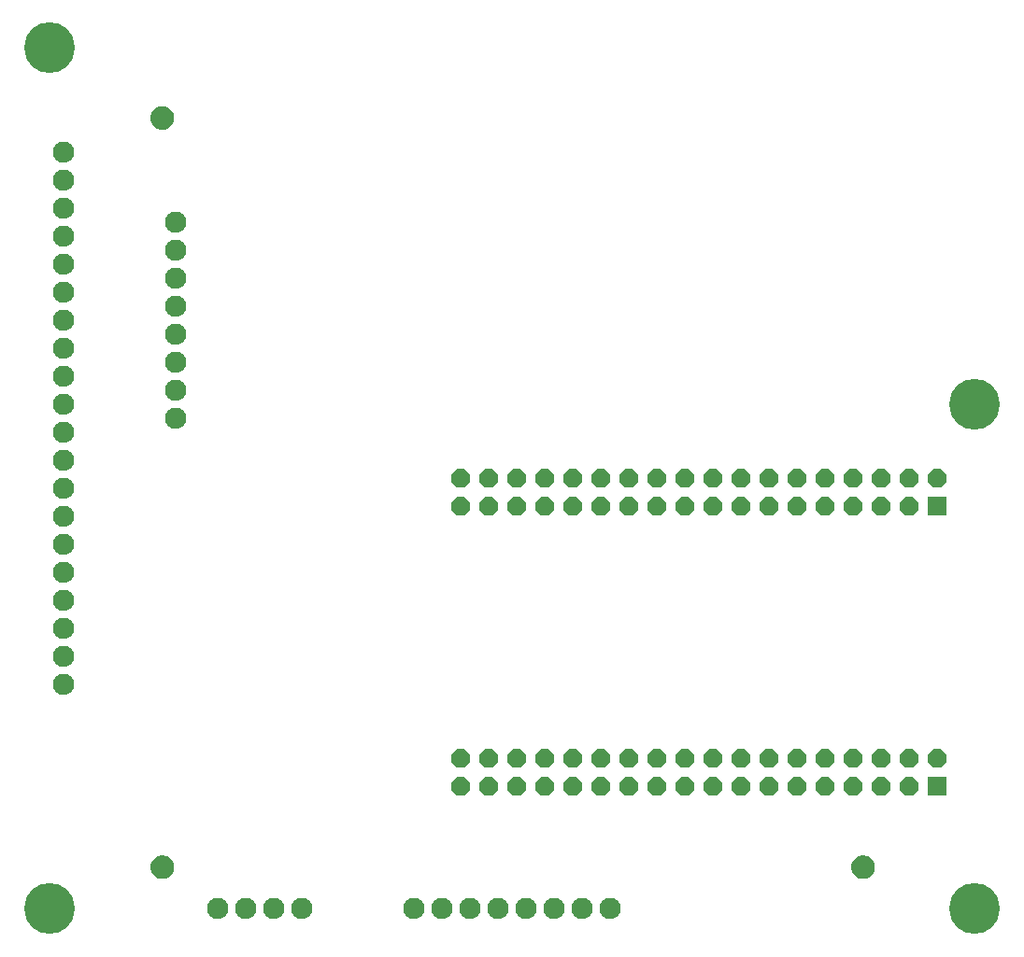
<source format=gbr>
G04 EAGLE Gerber RS-274X export*
G75*
%MOMM*%
%FSLAX34Y34*%
%LPD*%
%INSoldermask Top*%
%IPPOS*%
%AMOC8*
5,1,8,0,0,1.08239X$1,22.5*%
G01*
%ADD10C,1.930400*%
%ADD11R,1.676400X1.676400*%
%ADD12P,1.814519X8X202.500000*%
%ADD13C,0.609600*%
%ADD14C,1.168400*%
%ADD15C,4.597400*%


D10*
X190500Y38100D03*
X215900Y38100D03*
X241300Y38100D03*
X266700Y38100D03*
X368300Y38100D03*
X393700Y38100D03*
X419100Y38100D03*
X444500Y38100D03*
X469900Y38100D03*
X495300Y38100D03*
X520700Y38100D03*
X546100Y38100D03*
X50800Y723900D03*
X50800Y698500D03*
X50800Y673100D03*
X50800Y647700D03*
X50800Y622300D03*
X50800Y596900D03*
X50800Y571500D03*
X50800Y546100D03*
X50800Y520700D03*
X50800Y495300D03*
X50800Y469900D03*
X50800Y444500D03*
X50800Y419100D03*
X50800Y393700D03*
X50800Y368300D03*
X50800Y342900D03*
X50800Y317500D03*
X50800Y292100D03*
X50800Y266700D03*
X50800Y241300D03*
X152400Y482600D03*
X152400Y508000D03*
X152400Y533400D03*
X152400Y558800D03*
X152400Y584200D03*
X152400Y609600D03*
X152400Y635000D03*
X152400Y660400D03*
D11*
X842600Y149600D03*
D12*
X842600Y175000D03*
X817200Y149600D03*
X817200Y175000D03*
X791800Y149600D03*
X791800Y175000D03*
X766400Y149600D03*
X766400Y175000D03*
X741000Y149600D03*
X741000Y175000D03*
X715600Y149600D03*
X715600Y175000D03*
X690200Y149600D03*
X690200Y175000D03*
X664800Y149600D03*
X664800Y175000D03*
X639400Y149600D03*
X639400Y175000D03*
X614000Y149600D03*
X614000Y175000D03*
X588600Y149600D03*
X588600Y175000D03*
X563200Y149600D03*
X563200Y175000D03*
X537800Y149600D03*
X537800Y175000D03*
X512400Y149600D03*
X512400Y175000D03*
X487000Y149600D03*
X487000Y175000D03*
X461600Y149600D03*
X461600Y175000D03*
X436200Y149600D03*
X436200Y175000D03*
X410800Y149600D03*
X410800Y175000D03*
D11*
X842600Y403600D03*
D12*
X842600Y429000D03*
X817200Y403600D03*
X817200Y429000D03*
X791800Y403600D03*
X791800Y429000D03*
X766400Y403600D03*
X766400Y429000D03*
X741000Y403600D03*
X741000Y429000D03*
X715600Y403600D03*
X715600Y429000D03*
X690200Y403600D03*
X690200Y429000D03*
X664800Y403600D03*
X664800Y429000D03*
X639400Y403600D03*
X639400Y429000D03*
X614000Y403600D03*
X614000Y429000D03*
X588600Y403600D03*
X588600Y429000D03*
X563200Y403600D03*
X563200Y429000D03*
X537800Y403600D03*
X537800Y429000D03*
X512400Y403600D03*
X512400Y429000D03*
X487000Y403600D03*
X487000Y429000D03*
X461600Y403600D03*
X461600Y429000D03*
X436200Y403600D03*
X436200Y429000D03*
X410800Y403600D03*
X410800Y429000D03*
D13*
X132080Y76200D02*
X132082Y76387D01*
X132089Y76574D01*
X132101Y76761D01*
X132117Y76947D01*
X132137Y77133D01*
X132162Y77318D01*
X132192Y77503D01*
X132226Y77687D01*
X132265Y77870D01*
X132308Y78052D01*
X132356Y78232D01*
X132408Y78412D01*
X132465Y78590D01*
X132525Y78767D01*
X132591Y78942D01*
X132660Y79116D01*
X132734Y79288D01*
X132812Y79458D01*
X132894Y79626D01*
X132980Y79792D01*
X133070Y79956D01*
X133164Y80117D01*
X133262Y80277D01*
X133364Y80433D01*
X133470Y80588D01*
X133580Y80739D01*
X133693Y80888D01*
X133810Y81034D01*
X133930Y81177D01*
X134054Y81317D01*
X134181Y81454D01*
X134312Y81588D01*
X134446Y81719D01*
X134583Y81846D01*
X134723Y81970D01*
X134866Y82090D01*
X135012Y82207D01*
X135161Y82320D01*
X135312Y82430D01*
X135467Y82536D01*
X135623Y82638D01*
X135783Y82736D01*
X135944Y82830D01*
X136108Y82920D01*
X136274Y83006D01*
X136442Y83088D01*
X136612Y83166D01*
X136784Y83240D01*
X136958Y83309D01*
X137133Y83375D01*
X137310Y83435D01*
X137488Y83492D01*
X137668Y83544D01*
X137848Y83592D01*
X138030Y83635D01*
X138213Y83674D01*
X138397Y83708D01*
X138582Y83738D01*
X138767Y83763D01*
X138953Y83783D01*
X139139Y83799D01*
X139326Y83811D01*
X139513Y83818D01*
X139700Y83820D01*
X139887Y83818D01*
X140074Y83811D01*
X140261Y83799D01*
X140447Y83783D01*
X140633Y83763D01*
X140818Y83738D01*
X141003Y83708D01*
X141187Y83674D01*
X141370Y83635D01*
X141552Y83592D01*
X141732Y83544D01*
X141912Y83492D01*
X142090Y83435D01*
X142267Y83375D01*
X142442Y83309D01*
X142616Y83240D01*
X142788Y83166D01*
X142958Y83088D01*
X143126Y83006D01*
X143292Y82920D01*
X143456Y82830D01*
X143617Y82736D01*
X143777Y82638D01*
X143933Y82536D01*
X144088Y82430D01*
X144239Y82320D01*
X144388Y82207D01*
X144534Y82090D01*
X144677Y81970D01*
X144817Y81846D01*
X144954Y81719D01*
X145088Y81588D01*
X145219Y81454D01*
X145346Y81317D01*
X145470Y81177D01*
X145590Y81034D01*
X145707Y80888D01*
X145820Y80739D01*
X145930Y80588D01*
X146036Y80433D01*
X146138Y80277D01*
X146236Y80117D01*
X146330Y79956D01*
X146420Y79792D01*
X146506Y79626D01*
X146588Y79458D01*
X146666Y79288D01*
X146740Y79116D01*
X146809Y78942D01*
X146875Y78767D01*
X146935Y78590D01*
X146992Y78412D01*
X147044Y78232D01*
X147092Y78052D01*
X147135Y77870D01*
X147174Y77687D01*
X147208Y77503D01*
X147238Y77318D01*
X147263Y77133D01*
X147283Y76947D01*
X147299Y76761D01*
X147311Y76574D01*
X147318Y76387D01*
X147320Y76200D01*
X147318Y76013D01*
X147311Y75826D01*
X147299Y75639D01*
X147283Y75453D01*
X147263Y75267D01*
X147238Y75082D01*
X147208Y74897D01*
X147174Y74713D01*
X147135Y74530D01*
X147092Y74348D01*
X147044Y74168D01*
X146992Y73988D01*
X146935Y73810D01*
X146875Y73633D01*
X146809Y73458D01*
X146740Y73284D01*
X146666Y73112D01*
X146588Y72942D01*
X146506Y72774D01*
X146420Y72608D01*
X146330Y72444D01*
X146236Y72283D01*
X146138Y72123D01*
X146036Y71967D01*
X145930Y71812D01*
X145820Y71661D01*
X145707Y71512D01*
X145590Y71366D01*
X145470Y71223D01*
X145346Y71083D01*
X145219Y70946D01*
X145088Y70812D01*
X144954Y70681D01*
X144817Y70554D01*
X144677Y70430D01*
X144534Y70310D01*
X144388Y70193D01*
X144239Y70080D01*
X144088Y69970D01*
X143933Y69864D01*
X143777Y69762D01*
X143617Y69664D01*
X143456Y69570D01*
X143292Y69480D01*
X143126Y69394D01*
X142958Y69312D01*
X142788Y69234D01*
X142616Y69160D01*
X142442Y69091D01*
X142267Y69025D01*
X142090Y68965D01*
X141912Y68908D01*
X141732Y68856D01*
X141552Y68808D01*
X141370Y68765D01*
X141187Y68726D01*
X141003Y68692D01*
X140818Y68662D01*
X140633Y68637D01*
X140447Y68617D01*
X140261Y68601D01*
X140074Y68589D01*
X139887Y68582D01*
X139700Y68580D01*
X139513Y68582D01*
X139326Y68589D01*
X139139Y68601D01*
X138953Y68617D01*
X138767Y68637D01*
X138582Y68662D01*
X138397Y68692D01*
X138213Y68726D01*
X138030Y68765D01*
X137848Y68808D01*
X137668Y68856D01*
X137488Y68908D01*
X137310Y68965D01*
X137133Y69025D01*
X136958Y69091D01*
X136784Y69160D01*
X136612Y69234D01*
X136442Y69312D01*
X136274Y69394D01*
X136108Y69480D01*
X135944Y69570D01*
X135783Y69664D01*
X135623Y69762D01*
X135467Y69864D01*
X135312Y69970D01*
X135161Y70080D01*
X135012Y70193D01*
X134866Y70310D01*
X134723Y70430D01*
X134583Y70554D01*
X134446Y70681D01*
X134312Y70812D01*
X134181Y70946D01*
X134054Y71083D01*
X133930Y71223D01*
X133810Y71366D01*
X133693Y71512D01*
X133580Y71661D01*
X133470Y71812D01*
X133364Y71967D01*
X133262Y72123D01*
X133164Y72283D01*
X133070Y72444D01*
X132980Y72608D01*
X132894Y72774D01*
X132812Y72942D01*
X132734Y73112D01*
X132660Y73284D01*
X132591Y73458D01*
X132525Y73633D01*
X132465Y73810D01*
X132408Y73988D01*
X132356Y74168D01*
X132308Y74348D01*
X132265Y74530D01*
X132226Y74713D01*
X132192Y74897D01*
X132162Y75082D01*
X132137Y75267D01*
X132117Y75453D01*
X132101Y75639D01*
X132089Y75826D01*
X132082Y76013D01*
X132080Y76200D01*
D14*
X139700Y76200D03*
D13*
X767080Y76200D02*
X767082Y76387D01*
X767089Y76574D01*
X767101Y76761D01*
X767117Y76947D01*
X767137Y77133D01*
X767162Y77318D01*
X767192Y77503D01*
X767226Y77687D01*
X767265Y77870D01*
X767308Y78052D01*
X767356Y78232D01*
X767408Y78412D01*
X767465Y78590D01*
X767525Y78767D01*
X767591Y78942D01*
X767660Y79116D01*
X767734Y79288D01*
X767812Y79458D01*
X767894Y79626D01*
X767980Y79792D01*
X768070Y79956D01*
X768164Y80117D01*
X768262Y80277D01*
X768364Y80433D01*
X768470Y80588D01*
X768580Y80739D01*
X768693Y80888D01*
X768810Y81034D01*
X768930Y81177D01*
X769054Y81317D01*
X769181Y81454D01*
X769312Y81588D01*
X769446Y81719D01*
X769583Y81846D01*
X769723Y81970D01*
X769866Y82090D01*
X770012Y82207D01*
X770161Y82320D01*
X770312Y82430D01*
X770467Y82536D01*
X770623Y82638D01*
X770783Y82736D01*
X770944Y82830D01*
X771108Y82920D01*
X771274Y83006D01*
X771442Y83088D01*
X771612Y83166D01*
X771784Y83240D01*
X771958Y83309D01*
X772133Y83375D01*
X772310Y83435D01*
X772488Y83492D01*
X772668Y83544D01*
X772848Y83592D01*
X773030Y83635D01*
X773213Y83674D01*
X773397Y83708D01*
X773582Y83738D01*
X773767Y83763D01*
X773953Y83783D01*
X774139Y83799D01*
X774326Y83811D01*
X774513Y83818D01*
X774700Y83820D01*
X774887Y83818D01*
X775074Y83811D01*
X775261Y83799D01*
X775447Y83783D01*
X775633Y83763D01*
X775818Y83738D01*
X776003Y83708D01*
X776187Y83674D01*
X776370Y83635D01*
X776552Y83592D01*
X776732Y83544D01*
X776912Y83492D01*
X777090Y83435D01*
X777267Y83375D01*
X777442Y83309D01*
X777616Y83240D01*
X777788Y83166D01*
X777958Y83088D01*
X778126Y83006D01*
X778292Y82920D01*
X778456Y82830D01*
X778617Y82736D01*
X778777Y82638D01*
X778933Y82536D01*
X779088Y82430D01*
X779239Y82320D01*
X779388Y82207D01*
X779534Y82090D01*
X779677Y81970D01*
X779817Y81846D01*
X779954Y81719D01*
X780088Y81588D01*
X780219Y81454D01*
X780346Y81317D01*
X780470Y81177D01*
X780590Y81034D01*
X780707Y80888D01*
X780820Y80739D01*
X780930Y80588D01*
X781036Y80433D01*
X781138Y80277D01*
X781236Y80117D01*
X781330Y79956D01*
X781420Y79792D01*
X781506Y79626D01*
X781588Y79458D01*
X781666Y79288D01*
X781740Y79116D01*
X781809Y78942D01*
X781875Y78767D01*
X781935Y78590D01*
X781992Y78412D01*
X782044Y78232D01*
X782092Y78052D01*
X782135Y77870D01*
X782174Y77687D01*
X782208Y77503D01*
X782238Y77318D01*
X782263Y77133D01*
X782283Y76947D01*
X782299Y76761D01*
X782311Y76574D01*
X782318Y76387D01*
X782320Y76200D01*
X782318Y76013D01*
X782311Y75826D01*
X782299Y75639D01*
X782283Y75453D01*
X782263Y75267D01*
X782238Y75082D01*
X782208Y74897D01*
X782174Y74713D01*
X782135Y74530D01*
X782092Y74348D01*
X782044Y74168D01*
X781992Y73988D01*
X781935Y73810D01*
X781875Y73633D01*
X781809Y73458D01*
X781740Y73284D01*
X781666Y73112D01*
X781588Y72942D01*
X781506Y72774D01*
X781420Y72608D01*
X781330Y72444D01*
X781236Y72283D01*
X781138Y72123D01*
X781036Y71967D01*
X780930Y71812D01*
X780820Y71661D01*
X780707Y71512D01*
X780590Y71366D01*
X780470Y71223D01*
X780346Y71083D01*
X780219Y70946D01*
X780088Y70812D01*
X779954Y70681D01*
X779817Y70554D01*
X779677Y70430D01*
X779534Y70310D01*
X779388Y70193D01*
X779239Y70080D01*
X779088Y69970D01*
X778933Y69864D01*
X778777Y69762D01*
X778617Y69664D01*
X778456Y69570D01*
X778292Y69480D01*
X778126Y69394D01*
X777958Y69312D01*
X777788Y69234D01*
X777616Y69160D01*
X777442Y69091D01*
X777267Y69025D01*
X777090Y68965D01*
X776912Y68908D01*
X776732Y68856D01*
X776552Y68808D01*
X776370Y68765D01*
X776187Y68726D01*
X776003Y68692D01*
X775818Y68662D01*
X775633Y68637D01*
X775447Y68617D01*
X775261Y68601D01*
X775074Y68589D01*
X774887Y68582D01*
X774700Y68580D01*
X774513Y68582D01*
X774326Y68589D01*
X774139Y68601D01*
X773953Y68617D01*
X773767Y68637D01*
X773582Y68662D01*
X773397Y68692D01*
X773213Y68726D01*
X773030Y68765D01*
X772848Y68808D01*
X772668Y68856D01*
X772488Y68908D01*
X772310Y68965D01*
X772133Y69025D01*
X771958Y69091D01*
X771784Y69160D01*
X771612Y69234D01*
X771442Y69312D01*
X771274Y69394D01*
X771108Y69480D01*
X770944Y69570D01*
X770783Y69664D01*
X770623Y69762D01*
X770467Y69864D01*
X770312Y69970D01*
X770161Y70080D01*
X770012Y70193D01*
X769866Y70310D01*
X769723Y70430D01*
X769583Y70554D01*
X769446Y70681D01*
X769312Y70812D01*
X769181Y70946D01*
X769054Y71083D01*
X768930Y71223D01*
X768810Y71366D01*
X768693Y71512D01*
X768580Y71661D01*
X768470Y71812D01*
X768364Y71967D01*
X768262Y72123D01*
X768164Y72283D01*
X768070Y72444D01*
X767980Y72608D01*
X767894Y72774D01*
X767812Y72942D01*
X767734Y73112D01*
X767660Y73284D01*
X767591Y73458D01*
X767525Y73633D01*
X767465Y73810D01*
X767408Y73988D01*
X767356Y74168D01*
X767308Y74348D01*
X767265Y74530D01*
X767226Y74713D01*
X767192Y74897D01*
X767162Y75082D01*
X767137Y75267D01*
X767117Y75453D01*
X767101Y75639D01*
X767089Y75826D01*
X767082Y76013D01*
X767080Y76200D01*
D14*
X774700Y76200D03*
D15*
X38100Y38100D03*
X876300Y38100D03*
X876300Y495300D03*
X38100Y819150D03*
D13*
X132080Y755650D02*
X132082Y755837D01*
X132089Y756024D01*
X132101Y756211D01*
X132117Y756397D01*
X132137Y756583D01*
X132162Y756768D01*
X132192Y756953D01*
X132226Y757137D01*
X132265Y757320D01*
X132308Y757502D01*
X132356Y757682D01*
X132408Y757862D01*
X132465Y758040D01*
X132525Y758217D01*
X132591Y758392D01*
X132660Y758566D01*
X132734Y758738D01*
X132812Y758908D01*
X132894Y759076D01*
X132980Y759242D01*
X133070Y759406D01*
X133164Y759567D01*
X133262Y759727D01*
X133364Y759883D01*
X133470Y760038D01*
X133580Y760189D01*
X133693Y760338D01*
X133810Y760484D01*
X133930Y760627D01*
X134054Y760767D01*
X134181Y760904D01*
X134312Y761038D01*
X134446Y761169D01*
X134583Y761296D01*
X134723Y761420D01*
X134866Y761540D01*
X135012Y761657D01*
X135161Y761770D01*
X135312Y761880D01*
X135467Y761986D01*
X135623Y762088D01*
X135783Y762186D01*
X135944Y762280D01*
X136108Y762370D01*
X136274Y762456D01*
X136442Y762538D01*
X136612Y762616D01*
X136784Y762690D01*
X136958Y762759D01*
X137133Y762825D01*
X137310Y762885D01*
X137488Y762942D01*
X137668Y762994D01*
X137848Y763042D01*
X138030Y763085D01*
X138213Y763124D01*
X138397Y763158D01*
X138582Y763188D01*
X138767Y763213D01*
X138953Y763233D01*
X139139Y763249D01*
X139326Y763261D01*
X139513Y763268D01*
X139700Y763270D01*
X139887Y763268D01*
X140074Y763261D01*
X140261Y763249D01*
X140447Y763233D01*
X140633Y763213D01*
X140818Y763188D01*
X141003Y763158D01*
X141187Y763124D01*
X141370Y763085D01*
X141552Y763042D01*
X141732Y762994D01*
X141912Y762942D01*
X142090Y762885D01*
X142267Y762825D01*
X142442Y762759D01*
X142616Y762690D01*
X142788Y762616D01*
X142958Y762538D01*
X143126Y762456D01*
X143292Y762370D01*
X143456Y762280D01*
X143617Y762186D01*
X143777Y762088D01*
X143933Y761986D01*
X144088Y761880D01*
X144239Y761770D01*
X144388Y761657D01*
X144534Y761540D01*
X144677Y761420D01*
X144817Y761296D01*
X144954Y761169D01*
X145088Y761038D01*
X145219Y760904D01*
X145346Y760767D01*
X145470Y760627D01*
X145590Y760484D01*
X145707Y760338D01*
X145820Y760189D01*
X145930Y760038D01*
X146036Y759883D01*
X146138Y759727D01*
X146236Y759567D01*
X146330Y759406D01*
X146420Y759242D01*
X146506Y759076D01*
X146588Y758908D01*
X146666Y758738D01*
X146740Y758566D01*
X146809Y758392D01*
X146875Y758217D01*
X146935Y758040D01*
X146992Y757862D01*
X147044Y757682D01*
X147092Y757502D01*
X147135Y757320D01*
X147174Y757137D01*
X147208Y756953D01*
X147238Y756768D01*
X147263Y756583D01*
X147283Y756397D01*
X147299Y756211D01*
X147311Y756024D01*
X147318Y755837D01*
X147320Y755650D01*
X147318Y755463D01*
X147311Y755276D01*
X147299Y755089D01*
X147283Y754903D01*
X147263Y754717D01*
X147238Y754532D01*
X147208Y754347D01*
X147174Y754163D01*
X147135Y753980D01*
X147092Y753798D01*
X147044Y753618D01*
X146992Y753438D01*
X146935Y753260D01*
X146875Y753083D01*
X146809Y752908D01*
X146740Y752734D01*
X146666Y752562D01*
X146588Y752392D01*
X146506Y752224D01*
X146420Y752058D01*
X146330Y751894D01*
X146236Y751733D01*
X146138Y751573D01*
X146036Y751417D01*
X145930Y751262D01*
X145820Y751111D01*
X145707Y750962D01*
X145590Y750816D01*
X145470Y750673D01*
X145346Y750533D01*
X145219Y750396D01*
X145088Y750262D01*
X144954Y750131D01*
X144817Y750004D01*
X144677Y749880D01*
X144534Y749760D01*
X144388Y749643D01*
X144239Y749530D01*
X144088Y749420D01*
X143933Y749314D01*
X143777Y749212D01*
X143617Y749114D01*
X143456Y749020D01*
X143292Y748930D01*
X143126Y748844D01*
X142958Y748762D01*
X142788Y748684D01*
X142616Y748610D01*
X142442Y748541D01*
X142267Y748475D01*
X142090Y748415D01*
X141912Y748358D01*
X141732Y748306D01*
X141552Y748258D01*
X141370Y748215D01*
X141187Y748176D01*
X141003Y748142D01*
X140818Y748112D01*
X140633Y748087D01*
X140447Y748067D01*
X140261Y748051D01*
X140074Y748039D01*
X139887Y748032D01*
X139700Y748030D01*
X139513Y748032D01*
X139326Y748039D01*
X139139Y748051D01*
X138953Y748067D01*
X138767Y748087D01*
X138582Y748112D01*
X138397Y748142D01*
X138213Y748176D01*
X138030Y748215D01*
X137848Y748258D01*
X137668Y748306D01*
X137488Y748358D01*
X137310Y748415D01*
X137133Y748475D01*
X136958Y748541D01*
X136784Y748610D01*
X136612Y748684D01*
X136442Y748762D01*
X136274Y748844D01*
X136108Y748930D01*
X135944Y749020D01*
X135783Y749114D01*
X135623Y749212D01*
X135467Y749314D01*
X135312Y749420D01*
X135161Y749530D01*
X135012Y749643D01*
X134866Y749760D01*
X134723Y749880D01*
X134583Y750004D01*
X134446Y750131D01*
X134312Y750262D01*
X134181Y750396D01*
X134054Y750533D01*
X133930Y750673D01*
X133810Y750816D01*
X133693Y750962D01*
X133580Y751111D01*
X133470Y751262D01*
X133364Y751417D01*
X133262Y751573D01*
X133164Y751733D01*
X133070Y751894D01*
X132980Y752058D01*
X132894Y752224D01*
X132812Y752392D01*
X132734Y752562D01*
X132660Y752734D01*
X132591Y752908D01*
X132525Y753083D01*
X132465Y753260D01*
X132408Y753438D01*
X132356Y753618D01*
X132308Y753798D01*
X132265Y753980D01*
X132226Y754163D01*
X132192Y754347D01*
X132162Y754532D01*
X132137Y754717D01*
X132117Y754903D01*
X132101Y755089D01*
X132089Y755276D01*
X132082Y755463D01*
X132080Y755650D01*
D14*
X139700Y755650D03*
M02*

</source>
